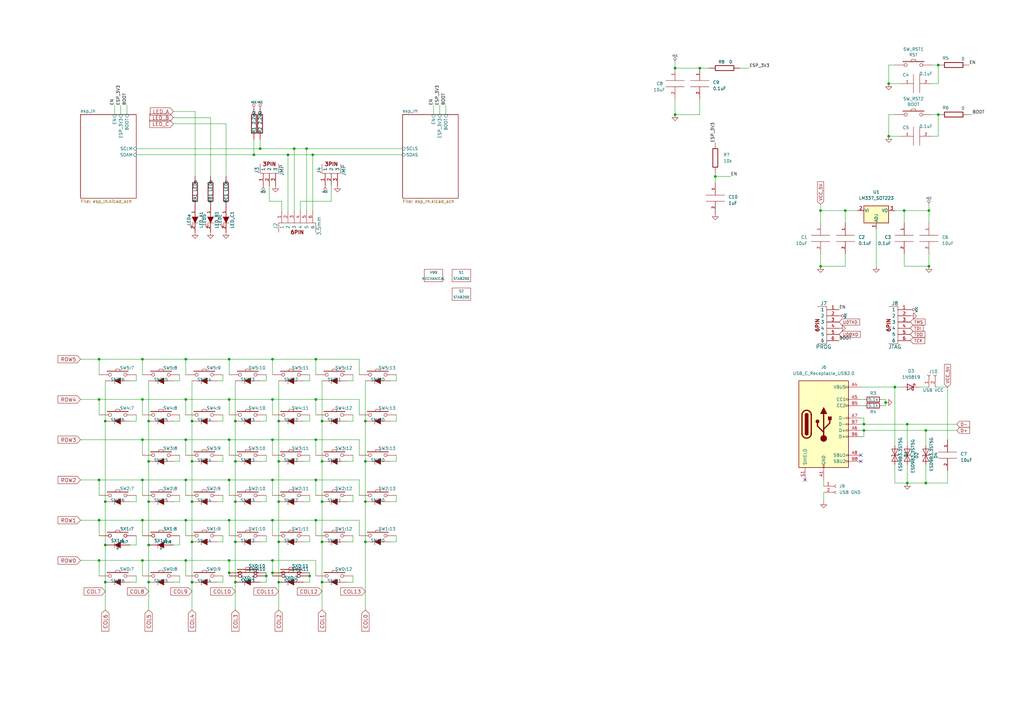
<source format=kicad_sch>
(kicad_sch (version 20211123) (generator eeschema)
  (paper "A3")
  (title_block (date "29 sep 2012"))
  (junction (at 60.96 223.52))
  (junction (at 93.98 163.83))
  (junction (at 129.54 147.32))
  (junction (at 96.52 189.23))
  (junction (at 93.98 147.32))
  (junction (at 96.52 205.74))
  (junction (at 114.3 189.23))
  (junction (at 114.3 222.25))
  (junction (at 60.96 172.72))
  (junction (at 111.76 196.85))
  (junction (at 109.22 236.22))
  (junction (at 106.68 60.96))
  (junction (at 111.76 234.95))
  (junction (at 379.73 198.12))
  (junction (at 93.98 180.34))
  (junction (at 367.03 158.75))
  (junction (at 43.18 238.76))
  (junction (at 129.54 213.36))
  (junction (at 96.52 222.25))
  (junction (at 76.2 229.87))
  (junction (at 40.64 213.36))
  (junction (at 60.96 189.23))
  (junction (at 293.37 72.39))
  (junction (at 96.52 238.76))
  (junction (at 40.64 147.32))
  (junction (at 78.74 189.23))
  (junction (at 60.96 205.74))
  (junction (at 276.86 27.94))
  (junction (at 132.08 172.72))
  (junction (at 40.64 163.83))
  (junction (at 129.54 163.83))
  (junction (at 93.98 234.95))
  (junction (at 60.96 238.76))
  (junction (at 111.76 147.32))
  (junction (at 58.42 147.32))
  (junction (at 128.27 63.5))
  (junction (at 149.86 189.23))
  (junction (at 149.86 172.72))
  (junction (at 287.02 27.94))
  (junction (at 149.86 222.25))
  (junction (at 78.74 222.25))
  (junction (at 363.22 165.1))
  (junction (at 93.98 213.36))
  (junction (at 40.64 196.85))
  (junction (at 114.3 205.74))
  (junction (at 129.54 196.85))
  (junction (at 96.52 172.72))
  (junction (at 381 109.22))
  (junction (at 78.74 238.76))
  (junction (at 43.18 223.52))
  (junction (at 76.2 213.36))
  (junction (at 372.11 198.12))
  (junction (at 58.42 163.83))
  (junction (at 372.11 173.99))
  (junction (at 111.76 180.34))
  (junction (at 78.74 205.74))
  (junction (at 76.2 180.34))
  (junction (at 125.73 60.96))
  (junction (at 104.14 63.5))
  (junction (at 276.86 46.99))
  (junction (at 111.76 229.87))
  (junction (at 111.76 163.83))
  (junction (at 43.18 205.74))
  (junction (at 43.18 172.72))
  (junction (at 132.08 189.23))
  (junction (at 58.42 229.87))
  (junction (at 78.74 172.72))
  (junction (at 93.98 229.87))
  (junction (at 114.3 172.72))
  (junction (at 76.2 147.32))
  (junction (at 58.42 196.85))
  (junction (at 132.08 238.76))
  (junction (at 118.11 63.5))
  (junction (at 76.2 163.83))
  (junction (at 93.98 196.85))
  (junction (at 114.3 238.76))
  (junction (at 346.71 86.36))
  (junction (at 40.64 229.87))
  (junction (at 129.54 180.34))
  (junction (at 336.55 86.36))
  (junction (at 384.81 46.99))
  (junction (at 132.08 222.25))
  (junction (at 132.08 205.74))
  (junction (at 364.49 34.29))
  (junction (at 364.49 55.88))
  (junction (at 111.76 213.36))
  (junction (at 370.84 86.36))
  (junction (at 384.81 26.67))
  (junction (at 120.65 60.96))
  (junction (at 76.2 196.85))
  (junction (at 354.33 173.99))
  (junction (at 354.33 176.53))
  (junction (at 127 236.22))
  (junction (at 149.86 205.74))
  (junction (at 381 86.36))
  (junction (at 336.55 109.22))
  (junction (at 58.42 213.36))
  (junction (at 58.42 180.34))
  (junction (at 379.73 176.53))
  (no_connect (at 330.2 196.85))
  (no_connect (at 353.06 186.69))
  (no_connect (at 353.06 189.23))
  (wire (pts (xy 293.37 72.39) (xy 299.72 72.39)))
  (wire (pts (xy 128.27 63.5) (xy 165.1 63.5)))
  (wire (pts (xy 93.98 234.95) (xy 93.98 236.22)))
  (wire (pts (xy 293.37 72.39) (xy 293.37 74.93)))
  (wire (pts (xy 359.41 109.22) (xy 359.41 93.98)))
  (wire (pts (xy 53.34 156.21) (xy 55.88 156.21)))
  (wire (pts (xy 104.14 57.15) (xy 104.14 63.5)))
  (wire (pts (xy 381 104.14) (xy 381 109.22)))
  (wire (pts (xy 109.22 238.76) (xy 106.68 238.76)))
  (wire (pts (xy 58.42 196.85) (xy 76.2 196.85)))
  (wire (pts (xy 76.2 196.85) (xy 76.2 203.2)))
  (wire (pts (xy 381 109.22) (xy 370.84 109.22)))
  (wire (pts (xy 180.34 43.18) (xy 180.34 46.99)))
  (wire (pts (xy 149.86 172.72) (xy 149.86 189.23)))
  (wire (pts (xy 111.76 147.32) (xy 111.76 153.67)))
  (wire (pts (xy 129.54 163.83) (xy 129.54 170.18)))
  (wire (pts (xy 96.52 222.25) (xy 96.52 238.76)))
  (wire (pts (xy 93.98 213.36) (xy 111.76 213.36)))
  (wire (pts (xy 58.42 196.85) (xy 58.42 203.2)))
  (wire (pts (xy 381 86.36) (xy 370.84 86.36)))
  (wire (pts (xy 71.12 238.76) (xy 73.66 238.76)))
  (wire (pts (xy 276.86 46.99) (xy 276.86 40.64)))
  (wire (pts (xy 354.33 171.45) (xy 354.33 173.99)))
  (wire (pts (xy 364.49 46.99) (xy 364.49 55.88)))
  (wire (pts (xy 111.76 229.87) (xy 111.76 234.95)))
  (wire (pts (xy 111.76 213.36) (xy 111.76 219.71)))
  (wire (pts (xy 129.54 229.87) (xy 129.54 236.22)))
  (wire (pts (xy 147.32 180.34) (xy 147.32 186.69)))
  (wire (pts (xy 60.96 205.74) (xy 60.96 223.52)))
  (wire (pts (xy 160.02 205.74) (xy 162.56 205.74)))
  (wire (pts (xy 392.43 176.53) (xy 379.73 176.53)))
  (wire (pts (xy 287.02 40.64) (xy 287.02 46.99)))
  (wire (pts (xy 127 172.72) (xy 127 170.18)))
  (wire (pts (xy 58.42 147.32) (xy 58.42 153.67)))
  (wire (pts (xy 142.24 205.74) (xy 144.78 205.74)))
  (wire (pts (xy 111.76 180.34) (xy 111.76 186.69)))
  (wire (pts (xy 43.18 205.74) (xy 43.18 223.52)))
  (wire (pts (xy 106.68 189.23) (xy 109.22 189.23)))
  (wire (pts (xy 142.24 156.21) (xy 144.78 156.21)))
  (wire (pts (xy 111.76 196.85) (xy 129.54 196.85)))
  (wire (pts (xy 336.55 104.14) (xy 336.55 109.22)))
  (wire (pts (xy 93.98 180.34) (xy 111.76 180.34)))
  (wire (pts (xy 73.66 219.71) (xy 73.66 223.52)))
  (wire (pts (xy 58.42 147.32) (xy 76.2 147.32)))
  (wire (pts (xy 114.3 222.25) (xy 114.3 238.76)))
  (wire (pts (xy 53.34 172.72) (xy 55.88 172.72)))
  (wire (pts (xy 114.3 156.21) (xy 114.3 172.72)))
  (wire (pts (xy 33.02 163.83) (xy 40.64 163.83)))
  (wire (pts (xy 147.32 163.83) (xy 147.32 170.18)))
  (wire (pts (xy 144.78 205.74) (xy 144.78 203.2)))
  (wire (pts (xy 129.54 196.85) (xy 129.54 203.2)))
  (wire (pts (xy 129.54 196.85) (xy 147.32 196.85)))
  (wire (pts (xy 33.02 196.85) (xy 40.64 196.85)))
  (wire (pts (xy 144.78 222.25) (xy 144.78 219.71)))
  (wire (pts (xy 78.74 189.23) (xy 78.74 205.74)))
  (wire (pts (xy 354.33 176.53) (xy 353.06 176.53)))
  (wire (pts (xy 73.66 223.52) (xy 71.12 223.52)))
  (wire (pts (xy 361.95 166.37) (xy 363.22 166.37)))
  (wire (pts (xy 372.11 173.99) (xy 372.11 182.88)))
  (wire (pts (xy 91.44 156.21) (xy 91.44 153.67)))
  (wire (pts (xy 40.64 213.36) (xy 58.42 213.36)))
  (wire (pts (xy 40.64 196.85) (xy 58.42 196.85)))
  (wire (pts (xy 60.96 223.52) (xy 60.96 238.76)))
  (wire (pts (xy 55.88 63.5) (xy 104.14 63.5)))
  (wire (pts (xy 364.49 55.88) (xy 369.57 55.88)))
  (wire (pts (xy 40.64 153.67) (xy 40.64 147.32)))
  (wire (pts (xy 43.18 238.76) (xy 43.18 250.19)))
  (wire (pts (xy 361.95 163.83) (xy 363.22 163.83)))
  (wire (pts (xy 109.22 205.74) (xy 109.22 203.2)))
  (wire (pts (xy 93.98 147.32) (xy 111.76 147.32)))
  (wire (pts (xy 88.9 156.21) (xy 91.44 156.21)))
  (wire (pts (xy 71.12 156.21) (xy 73.66 156.21)))
  (wire (pts (xy 52.07 43.18) (xy 52.07 46.99)))
  (wire (pts (xy 129.54 180.34) (xy 129.54 186.69)))
  (wire (pts (xy 379.73 190.5) (xy 379.73 198.12)))
  (wire (pts (xy 40.64 203.2) (xy 40.64 196.85)))
  (wire (pts (xy 144.78 189.23) (xy 144.78 186.69)))
  (wire (pts (xy 71.12 50.8) (xy 92.71 50.8)))
  (wire (pts (xy 40.64 219.71) (xy 40.64 213.36)))
  (wire (pts (xy 93.98 147.32) (xy 93.98 153.67)))
  (wire (pts (xy 127 234.95) (xy 127 236.22)))
  (wire (pts (xy 363.22 165.1) (xy 363.22 166.37)))
  (wire (pts (xy 76.2 229.87) (xy 76.2 236.22)))
  (wire (pts (xy 182.88 43.18) (xy 182.88 46.99)))
  (wire (pts (xy 388.62 193.04) (xy 388.62 198.12)))
  (wire (pts (xy 144.78 172.72) (xy 144.78 170.18)))
  (wire (pts (xy 93.98 229.87) (xy 93.98 234.95)))
  (wire (pts (xy 106.68 205.74) (xy 109.22 205.74)))
  (wire (pts (xy 33.02 147.32) (xy 40.64 147.32)))
  (wire (pts (xy 307.34 27.94) (xy 303.53 27.94)))
  (wire (pts (xy 379.73 176.53) (xy 379.73 182.88)))
  (wire (pts (xy 379.73 176.53) (xy 354.33 176.53)))
  (wire (pts (xy 93.98 196.85) (xy 93.98 203.2)))
  (wire (pts (xy 111.76 213.36) (xy 129.54 213.36)))
  (wire (pts (xy 132.08 238.76) (xy 132.08 250.19)))
  (wire (pts (xy 73.66 189.23) (xy 73.66 186.69)))
  (wire (pts (xy 43.18 172.72) (xy 43.18 205.74)))
  (wire (pts (xy 149.86 156.21) (xy 149.86 172.72)))
  (wire (pts (xy 370.84 104.14) (xy 370.84 109.22)))
  (wire (pts (xy 93.98 163.83) (xy 111.76 163.83)))
  (wire (pts (xy 58.42 163.83) (xy 76.2 163.83)))
  (wire (pts (xy 109.22 156.21) (xy 109.22 153.67)))
  (wire (pts (xy 76.2 163.83) (xy 76.2 170.18)))
  (wire (pts (xy 76.2 180.34) (xy 93.98 180.34)))
  (wire (pts (xy 160.02 189.23) (xy 162.56 189.23)))
  (wire (pts (xy 129.54 163.83) (xy 147.32 163.83)))
  (wire (pts (xy 346.71 86.36) (xy 351.79 86.36)))
  (wire (pts (xy 53.34 238.76) (xy 55.88 238.76)))
  (wire (pts (xy 58.42 180.34) (xy 58.42 186.69)))
  (wire (pts (xy 381 83.82) (xy 381 86.36)))
  (wire (pts (xy 76.2 213.36) (xy 93.98 213.36)))
  (wire (pts (xy 124.46 205.74) (xy 127 205.74)))
  (wire (pts (xy 149.86 189.23) (xy 149.86 205.74)))
  (wire (pts (xy 142.24 222.25) (xy 144.78 222.25)))
  (wire (pts (xy 388.62 180.34) (xy 388.62 158.75)))
  (wire (pts (xy 109.22 172.72) (xy 109.22 170.18)))
  (wire (pts (xy 109.22 234.95) (xy 109.22 236.22)))
  (wire (pts (xy 377.19 158.75) (xy 381 158.75)))
  (wire (pts (xy 73.66 205.74) (xy 73.66 203.2)))
  (wire (pts (xy 78.74 238.76) (xy 78.74 250.19)))
  (wire (pts (xy 124.46 156.21) (xy 127 156.21)))
  (wire (pts (xy 40.64 163.83) (xy 58.42 163.83)))
  (wire (pts (xy 144.78 156.21) (xy 144.78 153.67)))
  (wire (pts (xy 55.88 219.71) (xy 55.88 223.52)))
  (wire (pts (xy 60.96 238.76) (xy 60.96 250.19)))
  (wire (pts (xy 92.71 50.8) (xy 92.71 72.39)))
  (wire (pts (xy 78.74 205.74) (xy 78.74 222.25)))
  (wire (pts (xy 109.22 189.23) (xy 109.22 186.69)))
  (wire (pts (xy 379.73 198.12) (xy 372.11 198.12)))
  (wire (pts (xy 336.55 83.82) (xy 336.55 86.36)))
  (wire (pts (xy 88.9 222.25) (xy 91.44 222.25)))
  (wire (pts (xy 162.56 205.74) (xy 162.56 203.2)))
  (wire (pts (xy 111.76 234.95) (xy 111.76 236.22)))
  (wire (pts (xy 160.02 172.72) (xy 162.56 172.72)))
  (wire (pts (xy 124.46 172.72) (xy 127 172.72)))
  (wire (pts (xy 372.11 173.99) (xy 354.33 173.99)))
  (wire (pts (xy 33.02 180.34) (xy 58.42 180.34)))
  (wire (pts (xy 78.74 222.25) (xy 78.74 238.76)))
  (wire (pts (xy 129.54 213.36) (xy 129.54 219.71)))
  (wire (pts (xy 76.2 163.83) (xy 93.98 163.83)))
  (wire (pts (xy 114.3 189.23) (xy 114.3 205.74)))
  (wire (pts (xy 162.56 222.25) (xy 162.56 219.71)))
  (wire (pts (xy 129.54 180.34) (xy 147.32 180.34)))
  (wire (pts (xy 388.62 198.12) (xy 379.73 198.12)))
  (wire (pts (xy 135.89 76.2) (xy 135.89 82.55)))
  (wire (pts (xy 382.27 26.67) (xy 384.81 26.67)))
  (wire (pts (xy 353.06 171.45) (xy 354.33 171.45)))
  (wire (pts (xy 88.9 205.74) (xy 91.44 205.74)))
  (wire (pts (xy 127 236.22) (xy 127 238.76)))
  (wire (pts (xy 147.32 213.36) (xy 147.32 219.71)))
  (wire (pts (xy 144.78 238.76) (xy 144.78 236.22)))
  (wire (pts (xy 392.43 173.99) (xy 372.11 173.99)))
  (wire (pts (xy 91.44 172.72) (xy 91.44 170.18)))
  (wire (pts (xy 58.42 213.36) (xy 76.2 213.36)))
  (wire (pts (xy 383.54 158.75) (xy 388.62 158.75)))
  (wire (pts (xy 114.3 172.72) (xy 114.3 189.23)))
  (wire (pts (xy 96.52 156.21) (xy 96.52 172.72)))
  (wire (pts (xy 76.2 180.34) (xy 76.2 186.69)))
  (wire (pts (xy 353.06 158.75) (xy 367.03 158.75)))
  (wire (pts (xy 287.02 46.99) (xy 276.86 46.99)))
  (wire (pts (xy 127 205.74) (xy 127 203.2)))
  (wire (pts (xy 354.33 179.07) (xy 354.33 176.53)))
  (wire (pts (xy 384.81 55.88) (xy 384.81 46.99)))
  (wire (pts (xy 58.42 229.87) (xy 58.42 236.22)))
  (wire (pts (xy 73.66 238.76) (xy 73.66 236.22)))
  (wire (pts (xy 91.44 189.23) (xy 88.9 189.23)))
  (wire (pts (xy 118.11 63.5) (xy 128.27 63.5)))
  (wire (pts (xy 55.88 205.74) (xy 55.88 203.2)))
  (wire (pts (xy 106.68 57.15) (xy 106.68 60.96)))
  (wire (pts (xy 96.52 205.74) (xy 96.52 222.25)))
  (wire (pts (xy 96.52 172.72) (xy 96.52 189.23)))
  (wire (pts (xy 111.76 180.34) (xy 129.54 180.34)))
  (wire (pts (xy 93.98 180.34) (xy 93.98 186.69)))
  (wire (pts (xy 370.84 86.36) (xy 370.84 91.44)))
  (wire (pts (xy 55.88 60.96) (xy 106.68 60.96)))
  (wire (pts (xy 40.64 170.18) (xy 40.64 163.83)))
  (wire (pts (xy 109.22 222.25) (xy 109.22 219.71)))
  (wire (pts (xy 111.76 196.85) (xy 111.76 203.2)))
  (wire (pts (xy 367.03 26.67) (xy 364.49 26.67)))
  (wire (pts (xy 123.19 82.55) (xy 135.89 82.55)))
  (wire (pts (xy 398.78 46.99) (xy 397.51 46.99)))
  (wire (pts (xy 91.44 238.76) (xy 91.44 236.22)))
  (wire (pts (xy 73.66 172.72) (xy 73.66 170.18)))
  (wire (pts (xy 49.53 43.18) (xy 49.53 46.99)))
  (wire (pts (xy 132.08 222.25) (xy 132.08 238.76)))
  (wire (pts (xy 80.01 45.72) (xy 80.01 72.39)))
  (wire (pts (xy 43.18 156.21) (xy 43.18 172.72)))
  (wire (pts (xy 367.03 46.99) (xy 364.49 46.99)))
  (wire (pts (xy 86.36 48.26) (xy 86.36 72.39)))
  (wire (pts (xy 127 189.23) (xy 127 186.69)))
  (wire (pts (xy 104.14 63.5) (xy 118.11 63.5)))
  (wire (pts (xy 162.56 156.21) (xy 162.56 153.67)))
  (wire (pts (xy 142.24 189.23) (xy 144.78 189.23)))
  (wire (pts (xy 106.68 172.72) (xy 109.22 172.72)))
  (wire (pts (xy 363.22 163.83) (xy 363.22 165.1)))
  (wire (pts (xy 93.98 213.36) (xy 93.98 219.71)))
  (wire (pts (xy 60.96 172.72) (xy 60.96 189.23)))
  (wire (pts (xy 76.2 213.36) (xy 76.2 219.71)))
  (wire (pts (xy 40.64 229.87) (xy 58.42 229.87)))
  (wire (pts (xy 132.08 205.74) (xy 132.08 222.25)))
  (wire (pts (xy 71.12 172.72) (xy 73.66 172.72)))
  (wire (pts (xy 76.2 196.85) (xy 93.98 196.85)))
  (wire (pts (xy 382.27 34.29) (xy 384.81 34.29)))
  (wire (pts (xy 276.86 25.4) (xy 276.86 27.94)))
  (wire (pts (xy 346.71 104.14) (xy 346.71 109.22)))
  (wire (pts (xy 58.42 180.34) (xy 76.2 180.34)))
  (wire (pts (xy 106.68 60.96) (xy 120.65 60.96)))
  (wire (pts (xy 384.81 34.29) (xy 384.81 26.67)))
  (wire (pts (xy 149.86 205.74) (xy 149.86 222.25)))
  (wire (pts (xy 132.08 172.72) (xy 132.08 189.23)))
  (wire (pts (xy 124.46 189.23) (xy 127 189.23)))
  (wire (pts (xy 364.49 34.29) (xy 369.57 34.29)))
  (wire (pts (xy 372.11 198.12) (xy 367.03 198.12)))
  (wire (pts (xy 115.57 86.36) (xy 115.57 82.55)))
  (wire (pts (xy 336.55 109.22) (xy 346.71 109.22)))
  (wire (pts (xy 93.98 163.83) (xy 93.98 170.18)))
  (wire (pts (xy 147.32 196.85) (xy 147.32 203.2)))
  (wire (pts (xy 337.82 196.85) (xy 337.82 199.39)))
  (wire (pts (xy 132.08 189.23) (xy 132.08 205.74)))
  (wire (pts (xy 114.3 205.74) (xy 114.3 222.25)))
  (wire (pts (xy 33.02 213.36) (xy 40.64 213.36)))
  (wire (pts (xy 93.98 229.87) (xy 111.76 229.87)))
  (wire (pts (xy 106.68 156.21) (xy 109.22 156.21)))
  (wire (pts (xy 93.98 196.85) (xy 111.76 196.85)))
  (wire (pts (xy 40.64 147.32) (xy 58.42 147.32)))
  (wire (pts (xy 111.76 229.87) (xy 129.54 229.87)))
  (wire (pts (xy 370.84 86.36) (xy 367.03 86.36)))
  (wire (pts (xy 96.52 238.76) (xy 96.52 250.19)))
  (wire (pts (xy 76.2 147.32) (xy 76.2 153.67)))
  (wire (pts (xy 43.18 223.52) (xy 43.18 238.76)))
  (wire (pts (xy 71.12 205.74) (xy 73.66 205.74)))
  (wire (pts (xy 91.44 205.74) (xy 91.44 203.2)))
  (wire (pts (xy 162.56 172.72) (xy 162.56 170.18)))
  (wire (pts (xy 73.66 156.21) (xy 73.66 153.67)))
  (wire (pts (xy 125.73 60.96) (xy 165.1 60.96)))
  (wire (pts (xy 91.44 222.25) (xy 91.44 219.71)))
  (wire (pts (xy 115.57 82.55) (xy 110.49 82.55)))
  (wire (pts (xy 372.11 190.5) (xy 372.11 198.12)))
  (wire (pts (xy 336.55 91.44) (xy 336.55 86.36)))
  (wire (pts (xy 123.19 86.36) (xy 123.19 82.55)))
  (wire (pts (xy 162.56 189.23) (xy 162.56 186.69)))
  (wire (pts (xy 114.3 238.76) (xy 114.3 250.19)))
  (wire (pts (xy 128.27 63.5) (xy 128.27 86.36)))
  (wire (pts (xy 109.22 236.22) (xy 109.22 238.76)))
  (wire (pts (xy 71.12 189.23) (xy 73.66 189.23)))
  (wire (pts (xy 132.08 156.21) (xy 132.08 172.72)))
  (wire (pts (xy 53.34 205.74) (xy 55.88 205.74)))
  (wire (pts (xy 382.27 55.88) (xy 384.81 55.88)))
  (wire (pts (xy 142.24 172.72) (xy 144.78 172.72)))
  (wire (pts (xy 127 156.21) (xy 127 153.67)))
  (wire (pts (xy 88.9 172.72) (xy 91.44 172.72)))
  (wire (pts (xy 118.11 63.5) (xy 118.11 86.36)))
  (wire (pts (xy 110.49 76.2) (xy 110.49 82.55)))
  (wire (pts (xy 129.54 213.36) (xy 147.32 213.36)))
  (wire (pts (xy 124.46 222.25) (xy 127 222.25)))
  (wire (pts (xy 367.03 158.75) (xy 367.03 182.88)))
  (wire (pts (xy 336.55 86.36) (xy 346.71 86.36)))
  (wire (pts (xy 364.49 26.67) (xy 364.49 34.29)))
  (wire (pts (xy 129.54 147.32) (xy 147.32 147.32)))
  (wire (pts (xy 177.8 43.18) (xy 177.8 46.99)))
  (wire (pts (xy 346.71 86.36) (xy 346.71 91.44)))
  (wire (pts (xy 111.76 163.83) (xy 111.76 170.18)))
  (wire (pts (xy 127 222.25) (xy 127 219.71)))
  (wire (pts (xy 382.27 46.99) (xy 384.81 46.99)))
  (wire (pts (xy 354.33 173.99) (xy 353.06 173.99)))
  (wire (pts (xy 337.82 201.93) (xy 337.82 205.74)))
  (wire (pts (xy 58.42 229.87) (xy 76.2 229.87)))
  (wire (pts (xy 60.96 156.21) (xy 60.96 172.72)))
  (wire (pts (xy 367.03 198.12) (xy 367.03 190.5)))
  (wire (pts (xy 129.54 147.32) (xy 129.54 153.67)))
  (wire (pts (xy 55.88 156.21) (xy 55.88 153.67)))
  (wire (pts (xy 147.32 147.32) (xy 147.32 153.67)))
  (wire (pts (xy 55.88 172.72) (xy 55.88 170.18)))
  (wire (pts (xy 354.33 166.37) (xy 353.06 166.37)))
  (wire (pts (xy 353.06 179.07) (xy 354.33 179.07)))
  (wire (pts (xy 71.12 45.72) (xy 80.01 45.72)))
  (wire (pts (xy 58.42 219.71) (xy 58.42 213.36)))
  (wire (pts (xy 55.88 223.52) (xy 53.34 223.52)))
  (wire (pts (xy 354.33 163.83) (xy 353.06 163.83)))
  (wire (pts (xy 120.65 86.36) (xy 120.65 60.96)))
  (wire (pts (xy 76.2 229.87) (xy 93.98 229.87)))
  (wire (pts (xy 40.64 236.22) (xy 40.64 229.87)))
  (wire (pts (xy 293.37 71.12) (xy 293.37 72.39)))
  (wire (pts (xy 96.52 189.23) (xy 96.52 205.74)))
  (wire (pts (xy 106.68 222.25) (xy 109.22 222.25)))
  (wire (pts (xy 125.73 60.96) (xy 125.73 86.36)))
  (wire (pts (xy 91.44 186.69) (xy 91.44 189.23)))
  (wire (pts (xy 142.24 238.76) (xy 144.78 238.76)))
  (wire (pts (xy 381 91.44) (xy 381 86.36)))
  (wire (pts (xy 33.02 229.87) (xy 40.64 229.87)))
  (wire (pts (xy 78.74 156.21) (xy 78.74 172.72)))
  (wire (pts (xy 120.65 60.96) (xy 125.73 60.96)))
  (wire (pts (xy 111.76 163.83) (xy 129.54 163.83)))
  (wire (pts (xy 71.12 48.26) (xy 86.36 48.26)))
  (wire (pts (xy 127 238.76) (xy 124.46 238.76)))
  (wire (pts (xy 160.02 222.25) (xy 162.56 222.25)))
  (wire (pts (xy 60.96 189.23) (xy 60.96 205.74)))
  (wire (pts (xy 111.76 147.32) (xy 129.54 147.32)))
  (wire (pts (xy 276.86 27.94) (xy 287.02 27.94)))
  (wire (pts (xy 160.02 156.21) (xy 162.56 156.21)))
  (wire (pts (xy 287.02 27.94) (xy 290.83 27.94)))
  (wire (pts (xy 149.86 222.25) (xy 149.86 250.19)))
  (wire (pts (xy 367.03 158.75) (xy 369.57 158.75)))
  (wire (pts (xy 58.42 163.83) (xy 58.42 170.18)))
  (wire (pts (xy 78.74 172.72) (xy 78.74 189.23)))
  (wire (pts (xy 88.9 238.76) (xy 91.44 238.76)))
  (wire (pts (xy 76.2 147.32) (xy 93.98 147.32)))
  (wire (pts (xy 46.99 43.18) (xy 46.99 46.99)))
  (wire (pts (xy 55.88 238.76) (xy 55.88 236.22)))
  (label "BOOT" (at 344.17 139.7 0))
  (label "ESP_3V3" (at 49.53 43.18 90))
  (label "EN" (at 397.51 26.67 0))
  (label "BOOT" (at 182.88 43.18 90))
  (label "ESP_3V3" (at 307.34 27.94 0))
  (label "BOOT" (at 52.07 43.18 90))
  (label "ESP_3V3" (at 180.34 43.18 90))
  (label "EN" (at 299.72 72.39 0))
  (label "BOOT" (at 398.78 46.99 0))
  (label "ESP_3V3" (at 293.37 58.42 90))
  (label "EN" (at 46.99 43.18 90))
  (label "EN" (at 177.8 43.18 90))
  (label "EN" (at 344.17 127 0))
  (global_label "COL10" (shape input) (at 96.52 242.57 180) (effects (font (size 1.524 1.524))) (property "Intersheet References" "${INTERSHEET_REFS}" (effects hide)))
  (global_label "COL1" (shape input) (at 132.08 250.19 270) (effects (font (size 1.524 1.524))) (property "Intersheet References" "${INTERSHEET_REFS}" (effects hide)))
  (global_label "U0RXD" (shape input) (at 344.17 137.16 0) (property "Intersheet References" "${INTERSHEET_REFS}" (effects hide)))
  (global_label "D+" (shape input) (at 392.43 176.53 0) (property "Intersheet References" "${INTERSHEET_REFS}" (effects hide)))
  (global_label "COL5" (shape input) (at 60.96 250.19 270) (effects (font (size 1.524 1.524))) (property "Intersheet References" "${INTERSHEET_REFS}" (effects hide)))
  (global_label "COL13" (shape input) (at 149.86 242.57 180) (effects (font (size 1.524 1.524))) (property "Intersheet References" "${INTERSHEET_REFS}" (effects hide)))
  (global_label "ROW0" (shape input) (at 33.02 229.87 180) (effects (font (size 1.524 1.524))) (property "Intersheet References" "${INTERSHEET_REFS}" (effects hide)))
  (global_label "ROW2" (shape input) (at 33.02 196.85 180) (effects (font (size 1.524 1.524))) (property "Intersheet References" "${INTERSHEET_REFS}" (effects hide)))
  (global_label "TDO" (shape input) (at 373.38 137.16 0) (property "Intersheet References" "${INTERSHEET_REFS}" (effects hide)))
  (global_label "COL4" (shape input) (at 78.74 250.19 270) (effects (font (size 1.524 1.524))) (property "Intersheet References" "${INTERSHEET_REFS}" (effects hide)))
  (global_label "COL0" (shape input) (at 149.86 250.19 270) (effects (font (size 1.524 1.524))) (property "Intersheet References" "${INTERSHEET_REFS}" (effects hide)))
  (global_label "LED_B" (shape input) (at 71.12 48.26 180) (effects (font (size 1.524 1.524))) (property "Intersheet References" "${INTERSHEET_REFS}" (effects hide)))
  (global_label "TMS" (shape input) (at 373.38 132.08 0) (property "Intersheet References" "${INTERSHEET_REFS}" (effects hide)))
  (global_label "COL3" (shape input) (at 96.52 250.19 270) (effects (font (size 1.524 1.524))) (property "Intersheet References" "${INTERSHEET_REFS}" (effects hide)))
  (global_label "COL8" (shape input) (at 60.96 242.57 180) (effects (font (size 1.524 1.524))) (property "Intersheet References" "${INTERSHEET_REFS}" (effects hide)))
  (global_label "VCC_5V" (shape input) (at 388.62 158.75 90) (property "Intersheet References" "${INTERSHEET_REFS}" (effects hide)))
  (global_label "ROW5" (shape input) (at 33.02 147.32 180) (effects (font (size 1.524 1.524))) (property "Intersheet References" "${INTERSHEET_REFS}" (effects hide)))
  (global_label "D-" (shape input) (at 392.43 173.99 0) (property "Intersheet References" "${INTERSHEET_REFS}" (effects hide)))
  (global_label "COL7" (shape input) (at 43.18 242.57 180) (effects (font (size 1.524 1.524))) (property "Intersheet References" "${INTERSHEET_REFS}" (effects hide)))
  (global_label "LED_C" (shape input) (at 71.12 50.8 180) (effects (font (size 1.524 1.524))) (property "Intersheet References" "${INTERSHEET_REFS}" (effects hide)))
  (global_label "VCC_5V" (shape input) (at 336.55 83.82 90) (property "Intersheet References" "${INTERSHEET_REFS}" (effects hide)))
  (global_label "TCK" (shape input) (at 373.38 139.7 0) (property "Intersheet References" "${INTERSHEET_REFS}" (effects hide)))
  (global_label "U0TXD" (shape input) (at 344.17 132.08 0) (property "Intersheet References" "${INTERSHEET_REFS}" (effects hide)))
  (global_label "COL11" (shape input) (at 114.3 242.57 180) (effects (font (size 1.524 1.524))) (property "Intersheet References" "${INTERSHEET_REFS}" (effects hide)))
  (global_label "LED_A" (shape input) (at 71.12 45.72 180) (effects (font (size 1.524 1.524))) (property "Intersheet References" "${INTERSHEET_REFS}" (effects hide)))
  (global_label "COL2" (shape input) (at 114.3 250.19 270) (effects (font (size 1.524 1.524))) (property "Intersheet References" "${INTERSHEET_REFS}" (effects hide)))
  (global_label "COL6" (shape input) (at 43.18 250.19 270) (effects (font (size 1.524 1.524))) (property "Intersheet References" "${INTERSHEET_REFS}" (effects hide)))
  (global_label "ROW4" (shape input) (at 33.02 163.83 180) (effects (font (size 1.524 1.524))) (property "Intersheet References" "${INTERSHEET_REFS}" (effects hide)))
  (global_label "ROW1" (shape input) (at 33.02 213.36 180) (effects (font (size 1.524 1.524))) (property "Intersheet References" "${INTERSHEET_REFS}" (effects hide)))
  (global_label "COL9" (shape input) (at 78.74 242.57 180) (effects (font (size 1.524 1.524))) (property "Intersheet References" "${INTERSHEET_REFS}" (effects hide)))
  (global_label "ROW3" (shape input) (at 33.02 180.34 180) (effects (font (size 1.524 1.524))) (property "Intersheet References" "${INTERSHEET_REFS}" (effects hide)))
  (global_label "COL12" (shape input) (at 132.08 242.57 180) (effects (font (size 1.524 1.524))) (property "Intersheet References" "${INTERSHEET_REFS}" (effects hide)))
  (global_label "TDI" (shape input) (at 373.38 134.62 0) (property "Intersheet References" "${INTERSHEET_REFS}" (effects hide)))
  (symbol (lib_id "component:SWITCH_DIODE") (at 101.6 236.22 0) (unit 1)
    (property "Reference" "SW0:10" (at 105.41 233.426 0))
    (property "Value" "SW0:3" (at 101.6 238.252 0))
  )
  (symbol (lib_id "component:SWITCH_DIODE") (at 48.26 170.18 0) (unit 1)
    (property "Reference" "SW4:7" (at 52.07 167.386 0))
    (property "Value" "SW4:6" (at 48.26 172.212 0))
  )
  (symbol (lib_id "component:SWITCH_DIODE") (at 66.04 170.18 0) (unit 1)
    (property "Reference" "SW4:8" (at 69.85 167.386 0))
    (property "Value" "SW4:5" (at 66.04 172.212 0))
  )
  (symbol (lib_id "component:SWITCH_DIODE") (at 137.16 170.18 0) (unit 1)
    (property "Reference" "SW4:12" (at 140.97 167.386 0))
    (property "Value" "SW4:1" (at 137.16 172.212 0))
  )
  (symbol (lib_id "component:SWITCH_DIODE") (at 119.38 170.18 0) (unit 1)
    (property "Reference" "SW4:11" (at 123.19 167.386 0))
    (property "Value" "SW4:2" (at 119.38 172.212 0))
  )
  (symbol (lib_id "component:SWITCH_DIODE") (at 101.6 170.18 0) (unit 1)
    (property "Reference" "SW4:10" (at 105.41 167.386 0))
    (property "Value" "SW4:3" (at 101.6 172.212 0))
  )
  (symbol (lib_id "component:SWITCH_DIODE") (at 83.82 170.18 0) (unit 1)
    (property "Reference" "SW4:9" (at 87.63 167.386 0))
    (property "Value" "SW4:4" (at 83.82 172.212 0))
  )
  (symbol (lib_id "component:SWITCH_DIODE") (at 154.94 170.18 0) (unit 1)
    (property "Reference" "SW4:13" (at 158.75 167.386 0))
    (property "Value" "SW4:0" (at 154.94 172.212 0))
  )
  (symbol (lib_id "component:SWITCH_DIODE") (at 137.16 186.69 0) (unit 1)
    (property "Reference" "SW3:12" (at 140.97 183.896 0))
    (property "Value" "SW3:1" (at 137.16 188.722 0))
  )
  (symbol (lib_id "component:SWITCH_DIODE") (at 119.38 186.69 0) (unit 1)
    (property "Reference" "SW3:11" (at 123.19 183.896 0))
    (property "Value" "SW3:2" (at 119.38 188.722 0))
  )
  (symbol (lib_id "component:SWITCH_DIODE") (at 101.6 186.69 0) (unit 1)
    (property "Reference" "SW3:10" (at 105.41 183.896 0))
    (property "Value" "SW3:3" (at 101.6 188.722 0))
  )
  (symbol (lib_id "component:SWITCH_DIODE") (at 83.82 186.69 0) (unit 1)
    (property "Reference" "SW3:9" (at 87.63 183.896 0))
    (property "Value" "SW3:4" (at 83.82 188.722 0))
  )
  (symbol (lib_id "component:SWITCH_DIODE") (at 66.04 186.69 0) (unit 1)
    (property "Reference" "SW3:8" (at 69.85 183.896 0))
    (property "Value" "SW3:5" (at 66.04 188.722 0))
  )
  (symbol (lib_id "component:SWITCH_DIODE") (at 83.82 219.71 0) (unit 1)
    (property "Reference" "SW1:9" (at 87.63 216.916 0))
    (property "Value" "SW1:4" (at 83.82 221.742 0))
  )
  (symbol (lib_id "component:SWITCH_DIODE") (at 101.6 219.71 0) (unit 1)
    (property "Reference" "SW1:10" (at 105.41 216.916 0))
    (property "Value" "SW1:3" (at 101.6 221.742 0))
  )
  (symbol (lib_id "component:SWITCH_DIODE") (at 137.16 219.71 0) (unit 1)
    (property "Reference" "SW1:12" (at 140.97 216.916 0))
    (property "Value" "SW1:1" (at 137.16 221.742 0))
  )
  (symbol (lib_id "component:SWITCH_DIODE") (at 137.16 203.2 0) (unit 1)
    (property "Reference" "SW2:12" (at 140.97 200.406 0))
    (property "Value" "SW2:1" (at 137.16 205.232 0))
  )
  (symbol (lib_id "component:SWITCH_DIODE") (at 119.38 203.2 0) (unit 1)
    (property "Reference" "SW2:11" (at 123.19 200.406 0))
    (property "Value" "SW2:2" (at 119.38 205.232 0))
  )
  (symbol (lib_id "component:SWITCH_DIODE") (at 101.6 203.2 0) (unit 1)
    (property "Reference" "SW2:10" (at 105.41 200.406 0))
    (property "Value" "SW2:3" (at 101.6 205.232 0))
  )
  (symbol (lib_id "component:SWITCH_DIODE") (at 83.82 203.2 0) (unit 1)
    (property "Reference" "SW2:9" (at 87.63 200.406 0))
    (property "Value" "SW2:4" (at 83.82 205.232 0))
  )
  (symbol (lib_id "component:SWITCH_DIODE") (at 66.04 203.2 0) (unit 1)
    (property "Reference" "SW2:8" (at 69.85 200.406 0))
    (property "Value" "SW2:5" (at 66.04 205.232 0))
  )
  (symbol (lib_id "component:SWITCH_DIODE") (at 48.26 203.2 0) (unit 1)
    (property "Reference" "SW2:7" (at 52.07 200.406 0))
    (property "Value" "SW2:6" (at 48.26 205.232 0))
  )
  (symbol (lib_id "component:SWITCH_DIODE") (at 154.94 186.69 0) (unit 1)
    (property "Reference" "SW3:13" (at 158.75 183.896 0))
    (property "Value" "SW3:0" (at 154.94 188.722 0))
  )
  (symbol (lib_id "component:SWITCH_DIODE") (at 154.94 219.71 0) (unit 1)
    (property "Reference" "SW1:13" (at 158.75 216.916 0))
    (property "Value" "SW1:0" (at 154.94 221.742 0))
  )
  (symbol (lib_id "component:SWITCH_DIODE") (at 154.94 203.2 0) (unit 1)
    (property "Reference" "SW2:13" (at 158.75 200.406 0))
    (property "Value" "SW2:0" (at 154.94 205.232 0))
  )
  (symbol (lib_id "component:SWITCH_DIODE") (at 119.38 236.22 0) (unit 1)
    (property "Reference" "SW0:11" (at 123.19 233.426 0))
    (property "Value" "SW0:2" (at 119.38 238.252 0))
  )
  (symbol (lib_id "component:SWITCH_DIODE") (at 137.16 236.22 0) (unit 1)
    (property "Reference" "SW0:12" (at 140.97 233.426 0))
    (property "Value" "SW0:1" (at 137.16 238.252 0))
  )
  (symbol (lib_id "component:SWITCH_DIODE") (at 48.26 236.22 0) (unit 1)
    (property "Reference" "SW0:7" (at 52.07 233.426 0))
    (property "Value" "SW0:6" (at 48.26 238.252 0))
  )
  (symbol (lib_id "component:SWITCH_DIODE") (at 66.04 236.22 0) (unit 1)
    (property "Reference" "SW0:8" (at 69.85 233.426 0))
    (property "Value" "SW0:5" (at 66.04 238.252 0))
  )
  (symbol (lib_id "component:SWITCH_DIODE") (at 83.82 236.22 0) (unit 1)
    (property "Reference" "SW0:9" (at 87.63 233.426 0))
    (property "Value" "SW0:4" (at 83.82 238.252 0))
  )
  (symbol (lib_id "component:ANYTHING") (at 177.8 113.03 0) (unit 1)
    (property "Reference" "H99" (at 177.8 111.76 0) (effects (font (size 1.016 1.016))))
    (property "Value" "MECHANICAL" (at 177.8 114.3 0) (effects (font (size 1.016 1.016))))
  )
  (symbol (lib_id "component:SWITCH_DIODE") (at 119.38 219.71 0) (unit 1)
    (property "Reference" "SW1:11" (at 123.19 216.916 0))
    (property "Value" "SW1:2" (at 119.38 221.742 0))
  )
  (symbol (lib_id "component:LED") (at 80.01 90.17 270) (unit 1)
    (property "Reference" "LED_A1" (at 82.55 90.17 0))
    (property "Value" "LEDa" (at 77.47 90.17 0))
  )
  (symbol (lib_id "component:RESISTOR") (at 80.01 78.74 0) (unit 1)
    (property "Reference" "RA1" (at 80.01 81.28 90))
    (property "Value" "LEDa" (at 80.01 76.2 90))
    (property "Footprint" "Resistor_THT:R_Axial_DIN0207_L6.3mm_D2.5mm_P7.62mm_Horizontal" (effects hide))
  )
  (symbol (lib_id "component:RESISTOR") (at 86.36 78.74 0) (unit 1)
    (property "Reference" "RB1" (at 86.36 81.28 90))
    (property "Value" "LEDb" (at 86.36 76.2 90))
    (property "Footprint" "Resistor_THT:R_Axial_DIN0207_L6.3mm_D2.5mm_P7.62mm_Horizontal" (effects hide))
  )
  (symbol (lib_id "component:LED") (at 86.36 90.17 270) (unit 1)
    (property "Reference" "LED_B1" (at 88.9 90.17 0))
    (property "Value" "LEDb" (at 83.82 90.17 0))
  )
  (symbol (lib_id "component:LED") (at 92.71 90.17 270) (unit 1)
    (property "Reference" "LED_C1" (at 95.25 90.17 0))
    (property "Value" "LEDc" (at 90.17 90.17 0))
  )
  (symbol (lib_id "component:RESISTOR") (at 92.71 78.74 0) (unit 1)
    (property "Reference" "RC1" (at 92.71 81.28 90))
    (property "Value" "LEDc" (at 92.71 76.2 90))
    (property "Footprint" "Resistor_THT:R_Axial_DIN0207_L6.3mm_D2.5mm_P7.62mm_Horizontal" (effects hide))
  )
  (symbol (lib_id "component:GND") (at 80.01 96.52 0) (unit 1)
    (property "Reference" "#PWR02" (effects hide))
    (property "Value" "GND" (effects hide))
  )
  (symbol (lib_id "component:GND") (at 86.36 96.52 0) (unit 1)
    (property "Reference" "#PWR03" (effects hide))
    (property "Value" "GND" (effects hide))
  )
  (symbol (lib_id "component:GND") (at 92.71 96.52 0) (unit 1)
    (property "Reference" "#PWR04" (effects hide))
    (property "Value" "GND" (effects hide))
  )
  (symbol (lib_id "component:RESISTOR") (at 106.68 50.8 0) (unit 1)
    (property "Reference" "R2" (at 106.68 53.34 90))
    (property "Value" "2.2kΩ" (at 106.68 48.26 90))
    (property "Footprint" "Resistor_THT:R_Axial_DIN0207_L6.3mm_D2.5mm_P7.62mm_Horizontal" (effects hide))
  )
  (symbol (lib_id "component:VCC") (at 106.68 44.45 0) (unit 1)
    (property "Reference" "#PWR07" (effects hide))
    (property "Value" "VCC" (at 106.68 41.91 0) (effects (font (size 0.762 0.762))))
  )
  (symbol (lib_id "component:RESISTOR") (at 104.14 50.8 0) (unit 1)
    (property "Reference" "R1" (at 104.14 53.34 90))
    (property "Value" "2.2kΩ" (at 104.14 48.26 90))
    (property "Footprint" "Resistor_THT:R_Axial_DIN0207_L6.3mm_D2.5mm_P7.62mm_Horizontal" (effects hide))
  )
  (symbol (lib_id "component:VCC") (at 104.14 44.45 0) (unit 1)
    (property "Reference" "#PWR08" (effects hide))
    (property "Value" "VCC" (at 104.14 41.91 0) (effects (font (size 0.762 0.762))))
  )
  (symbol (lib_id "component:6PIN") (at 121.92 91.44 90) (unit 1)
    (property "Reference" "J2" (at 113.03 92.71 0) (effects (font (size 1.524 1.524))))
    (property "Value" "3.5mm" (at 130.81 92.71 0) (effects (font (size 1.524 1.524))))
  )
  (symbol (lib_id "component:GND") (at 113.03 77.47 0) (unit 1)
    (property "Reference" "#PWR09" (effects hide))
    (property "Value" "GND" (effects hide))
  )
  (symbol (lib_id "component:GND") (at 138.43 77.47 0) (unit 1)
    (property "Reference" "#PWR010" (effects hide))
    (property "Value" "GND" (effects hide))
  )
  (symbol (lib_id "component:VCC") (at 107.95 76.2 180) (unit 1)
    (property "Reference" "#PWR011" (effects hide))
    (property "Value" "VCC" (at 107.95 78.74 0) (effects (font (size 0.762 0.762))))
  )
  (symbol (lib_id "component:VCC") (at 133.35 76.2 180) (unit 1)
    (property "Reference" "#PWR012" (effects hide))
    (property "Value" "VCC" (at 133.35 78.74 0) (effects (font (size 0.762 0.762))))
  )
  (symbol (lib_id "component:3PIN") (at 110.49 71.12 90) (mirror x) (unit 1)
    (property "Reference" "J3" (at 105.41 69.85 0) (effects (font (size 1.524 1.524))))
    (property "Value" "JMP" (at 115.57 69.85 0) (effects (font (size 1.524 1.524))))
  )
  (symbol (lib_id "component:3PIN") (at 135.89 71.12 90) (mirror x) (unit 1)
    (property "Reference" "J4" (at 130.81 69.85 0) (effects (font (size 1.524 1.524))))
    (property "Value" "JMP" (at 140.97 69.85 0) (effects (font (size 1.524 1.524))))
  )
  (symbol (lib_id "component:SWITCH_DIODE") (at 154.94 153.67 0) (unit 1)
    (property "Reference" "SW5:13" (at 158.75 150.876 0))
    (property "Value" "SW5:0" (at 154.94 155.702 0))
  )
  (symbol (lib_id "component:SWITCH_DIODE") (at 83.82 153.67 0) (unit 1)
    (property "Reference" "SW5:9" (at 87.63 150.876 0))
    (property "Value" "SW5:4" (at 83.82 155.702 0))
  )
  (symbol (lib_id "component:SWITCH_DIODE") (at 101.6 153.67 0) (unit 1)
    (property "Reference" "SW5:10" (at 105.41 150.876 0))
    (property "Value" "SW5:3" (at 101.6 155.702 0))
  )
  (symbol (lib_id "component:SWITCH_DIODE") (at 119.38 153.67 0) (unit 1)
    (property "Reference" "SW5:11" (at 123.19 150.876 0))
    (property "Value" "SW5:2" (at 119.38 155.702 0))
  )
  (symbol (lib_id "component:SWITCH_DIODE") (at 137.16 153.67 0) (unit 1)
    (property "Reference" "SW5:12" (at 140.97 150.876 0))
    (property "Value" "SW5:1" (at 137.16 155.702 0))
  )
  (symbol (lib_id "component:SWITCH_DIODE") (at 66.04 153.67 0) (unit 1)
    (property "Reference" "SW5:8" (at 69.85 150.876 0))
    (property "Value" "SW5:5" (at 66.04 155.702 0))
  )
  (symbol (lib_id "component:SWITCH_DIODE") (at 48.26 153.67 0) (unit 1)
    (property "Reference" "SW5:7" (at 52.07 150.876 0))
    (property "Value" "SW5:6" (at 48.26 155.702 0))
  )
  (symbol (lib_id "component:DIODE") (at 66.04 223.52 180) (unit 1)
    (property "Reference" "D1:8" (at 68.58 222.25 0) (effects (font (size 1.016 1.016))))
    (property "Value" "D" (at 66.04 224.79 0) (effects (font (size 1.016 1.016))))
  )
  (symbol (lib_id "component:DIODE") (at 48.26 223.52 180) (unit 1)
    (property "Reference" "D1:7" (at 50.8 222.25 0) (effects (font (size 1.016 1.016))))
    (property "Value" "D" (at 48.26 224.79 0) (effects (font (size 1.016 1.016))))
  )
  (symbol (lib_id "component:SWITCH_PUSH") (at 66.04 219.71 0) (unit 1)
    (property "Reference" "SX1:8" (at 69.85 216.916 0))
    (property "Value" "SX1:5" (at 66.04 221.742 0))
  )
  (symbol (lib_id "component:SWITCH_PUSH") (at 48.26 219.71 0) (unit 1)
    (property "Reference" "SX1:7" (at 52.07 216.916 0))
    (property "Value" "SX1:6" (at 48.26 221.742 0))
  )
  (symbol (lib_id "component:SWITCH_PUSH") (at 101.6 234.95 0) (unit 1)
    (property "Reference" "SX0:10" (at 105.41 232.156 0))
    (property "Value" "SX0:3" (at 101.6 236.982 0))
  )
  (symbol (lib_id "component:SWITCH_PUSH") (at 119.38 234.95 0) (unit 1)
    (property "Reference" "SX0:11" (at 123.19 232.156 0))
    (property "Value" "SX0:2" (at 119.38 236.982 0))
  )
  (symbol (lib_id "component:ANYTHING") (at 189.23 113.03 0) (unit 1)
    (property "Reference" "S1" (at 189.23 111.76 0) (effects (font (size 1.016 1.016))))
    (property "Value" "STAB200" (at 189.23 114.3 0) (effects (font (size 1.016 1.016))))
  )
  (symbol (lib_id "component:ANYTHING") (at 189.23 120.65 0) (unit 1)
    (property "Reference" "S2" (at 189.23 119.38 0) (effects (font (size 1.016 1.016))))
    (property "Value" "STAB200" (at 189.23 121.92 0) (effects (font (size 1.016 1.016))))
  )
  (symbol (lib_id "component:6PIN") (at 368.3 133.35 0) (unit 1)
    (property "Reference" "J8" (at 367.03 124.46 0) (effects (font (size 1.524 1.524))))
    (property "Value" "JTAG" (at 367.03 142.24 0) (effects (font (size 1.524 1.524))))
    (property "Footprint" "Connector_PinHeader_2.54mm:PinHeader_2x03_P2.54mm_Vertical" (effects hide))
  )
  (symbol (lib_id "pspice:CAP") (at 287.02 34.29 0) (unit 1)
    (property "Reference" "C9" (at 292.354 33.7819 0) (effects (justify left)))
    (property "Value" "0.1uF" (at 292.354 36.3219 0) (effects (justify left)))
    (property "Footprint" "Capacitor_THT:C_Disc_D5.0mm_W2.5mm_P5.00mm" (effects hide))
  )
  (symbol (lib_id "Diode:ESD9B3.3ST5G") (at 367.03 186.69 270) (mirror x) (unit 1)
    (property "Reference" "D1" (at 371.602 184.912 0) (effects (justify right)))
    (property "Value" "ESD9B3.3ST5G" (at 369.316 179.324 0) (effects (justify right)))
    (property "Footprint" "Diode_SMD:D_SOD-923" (effects hide))
    (property "Datasheet" "https://www.onsemi.com/pub/Collateral/ESD9B-D.PDF" (effects hide))
  )
  (symbol (lib_id "pspice:CAP") (at 370.84 97.79 0) (mirror y) (unit 1)
    (property "Reference" "C3" (at 365.506 97.2819 0) (effects (justify left)))
    (property "Value" "0.1uF" (at 365.506 99.8219 0) (effects (justify left)))
    (property "Footprint" "Capacitor_THT:C_Disc_D5.0mm_W2.5mm_P5.00mm" (effects hide))
  )
  (symbol (lib_id "pspice:CAP") (at 346.71 97.79 0) (unit 1)
    (property "Reference" "C2" (at 352.044 97.2819 0) (effects (justify left)))
    (property "Value" "0.1uF" (at 352.044 99.8219 0) (effects (justify left)))
    (property "Footprint" "Capacitor_THT:C_Disc_D5.0mm_W2.5mm_P5.00mm" (effects hide))
  )
  (symbol (lib_id "Connector:USB_C_Receptacle_USB2.0") (at 337.82 173.99 0) (unit 1)
    (property "Reference" "J6" (at 337.82 150.622 0))
    (property "Value" "USB_C_Receptacle_USB2.0" (at 337.82 153.162 0))
    (property "Footprint" "Connector_USB:USB_C_Receptacle_GCT_USB4085" (effects hide))
    (property "Datasheet" "https://www.usb.org/sites/default/files/documents/usb_type-c.zip" (effects hide))
  )
  (symbol (lib_id "Diode:ESD9B3.3ST5G") (at 372.11 186.69 270) (mirror x) (unit 1)
    (property "Reference" "D2" (at 375.92 185.42 0) (effects (justify right)))
    (property "Value" "ESD9B3.3ST5G" (at 374.396 180.086 0) (effects (justify right)))
    (property "Footprint" "Diode_SMD:D_SOD-923" (effects hide))
    (property "Datasheet" "https://www.onsemi.com/pub/Collateral/ESD9B-D.PDF" (effects hide))
  )
  (symbol (lib_id "component:VCC") (at 373.38 127 270) (unit 1)
    (property "Reference" "#PWR024" (effects hide))
    (property "Value" "VCC" (at 375.92 127 0) (effects (font (size 0.762 0.762))))
  )
  (symbol (lib_id "Device:R") (at 358.14 166.37 270) (unit 1)
    (property "Reference" "R4" (at 358.14 168.91 90))
    (property "Value" "5.1k" (at 358.14 166.37 90))
    (property "Footprint" "Resistor_THT:R_Axial_DIN0207_L6.3mm_D2.5mm_P7.62mm_Horizontal" (effects hide))
  )
  (symbol (lib_id "Diode:1N5819") (at 373.38 158.75 0) (mirror y) (unit 1)
    (property "Reference" "D3" (at 373.6975 152.146 0))
    (property "Value" "1N5819" (at 373.6975 154.686 0))
    (property "Footprint" "Diode_THT:D_DO-41_SOD81_P10.16mm_Horizontal" (effects hide))
    (property "Datasheet" "http://www.vishay.com/docs/88525/1n5817.pdf" (effects hide))
  )
  (symbol (lib_id "component:VCC") (at 344.17 129.54 270) (unit 1)
    (property "Reference" "#PWR016" (effects hide))
    (property "Value" "VCC" (at 346.71 129.54 0) (effects (font (size 0.762 0.762))))
  )
  (symbol (lib_id "Diode:ESD9B3.3ST5G") (at 379.73 186.69 270) (mirror x) (unit 1)
    (property "Reference" "D4" (at 383.794 185.42 0) (effects (justify right)))
    (property "Value" "ESD9B3.3ST5G" (at 382.016 179.324 0) (effects (justify right)))
    (property "Footprint" "Diode_SMD:D_SOD-923" (effects hide))
    (property "Datasheet" "https://www.onsemi.com/pub/Collateral/ESD9B-D.PDF" (effects hide))
  )
  (symbol (lib_id "Connector:Conn_01x02_Female") (at 342.9 199.39 0) (unit 1)
    (property "Reference" "J9" (at 344.17 199.3899 0) (effects (justify left)))
    (property "Value" "USB GND" (at 344.17 201.9299 0) (effects (justify left)))
    (property "Footprint" "Connector_PinHeader_2.54mm:PinHeader_1x02_P2.54mm_Vertical" (effects hide))
  )
  (symbol (lib_id "pspice:CAP") (at 381 97.79 0) (unit 1)
    (property "Reference" "C6" (at 386.334 97.2819 0) (effects (justify left)))
    (property "Value" "10uF" (at 386.334 99.8219 0) (effects (justify left)))
    (property "Footprint" "Capacitor_THT:C_Disc_D5.0mm_W2.5mm_P5.00mm" (effects hide))
  )
  (symbol (lib_id "component:GND") (at 345.44 134.62 90) (mirror x) (unit 1)
    (property "Reference" "#PWR018" (effects hide))
    (property "Value" "GND" (effects hide))
  )
  (symbol (lib_id "component:GND") (at 359.41 110.49 0) (mirror y) (unit 1)
    (property "Reference" "#PWR019" (effects hide))
    (property "Value" "GND" (effects hide))
  )
  (symbol (lib_id "Connector:Conn_01x02_Female") (at 381 153.67 90) (unit 1)
    (property "Reference" "J10" (at 381 152.4 90) (effects (justify right)))
    (property "Value" "USB VCC" (at 378.46 160.02 90) (effects (justify right)))
    (property "Footprint" "Connector_PinHeader_2.54mm:PinHeader_1x02_P2.54mm_Vertical" (effects hide))
  )
  (symbol (lib_id "pspice:CAP") (at 375.92 34.29 90) (unit 1)
    (property "Reference" "C4" (at 372.872 30.734 90) (effects (justify left)))
    (property "Value" "0.1uF" (at 382.524 30.226 90) (effects (justify left)))
    (property "Footprint" "Capacitor_THT:C_Disc_D5.0mm_W2.5mm_P5.00mm" (effects hide))
  )
  (symbol (lib_id "pspice:CAP") (at 388.62 186.69 0) (unit 1)
    (property "Reference" "C7" (at 393.954 186.1819 0) (effects (justify left)))
    (property "Value" "10uF" (at 393.954 188.7219 0) (effects (justify left)))
    (property "Footprint" "Capacitor_THT:C_Disc_D5.0mm_W2.5mm_P5.00mm" (effects hide))
  )
  (symbol (lib_id "component:GND") (at 374.65 129.54 90) (mirror x) (unit 1)
    (property "Reference" "#PWR025" (effects hide))
    (property "Value" "GND" (effects hide))
  )
  (symbol (lib_id "component:GND") (at 276.86 48.26 0) (mirror y) (unit 1)
    (property "Reference" "#PWR05" (effects hide))
    (property "Value" "GND" (effects hide))
  )
  (symbol (lib_id "Regulator_Linear:LM337_SOT223") (at 359.41 86.36 0) (mirror x) (unit 1)
    (property "Reference" "U1" (at 359.41 78.74 0))
    (property "Value" "LM337_SOT223" (at 359.41 81.28 0))
    (property "Footprint" "Package_TO_SOT_SMD:SOT-223-3_TabPin2" (effects hide))
    (property "Datasheet" "http://www.ti.com/lit/ds/symlink/lm337-n.pdf" (effects hide))
  )
  (symbol (lib_id "component:SWITCH_PUSH") (at 374.65 26.67 0) (mirror y) (unit 1)
    (property "Reference" "SW_RST1" (at 374.65 20.193 0))
    (property "Value" "RST" (at 374.65 22.5044 0))
    (property "Footprint" "Buttons_Switches_SMD:SW_SPST_B3U-1000P" (effects hide))
  )
  (symbol (lib_id "component:GND") (at 364.49 57.15 0) (mirror y) (unit 1)
    (property "Reference" "#PWR021" (effects hide))
    (property "Value" "GND" (effects hide))
  )
  (symbol (lib_id "component:GND") (at 364.49 35.56 0) (mirror y) (unit 1)
    (property "Reference" "#PWR020" (effects hide))
    (property "Value" "GND" (effects hide))
  )
  (symbol (lib_id "component:GND") (at 336.55 110.49 0) (mirror y) (unit 1)
    (property "Reference" "#PWR06" (effects hide))
    (property "Value" "GND" (effects hide))
  )
  (symbol (lib_id "component:GND") (at 381 110.49 0) (unit 1)
    (property "Reference" "#PWR027" (effects hide))
    (property "Value" "GND" (effects hide))
  )
  (symbol (lib_id "pspice:CAP") (at 293.37 81.28 0) (unit 1)
    (property "Reference" "C10" (at 298.704 80.7719 0) (effects (justify left)))
    (property "Value" "1uF" (at 298.704 83.3119 0) (effects (justify left)))
    (property "Footprint" "Capacitor_THT:C_Disc_D5.0mm_W2.5mm_P5.00mm" (effects hide))
  )
  (symbol (lib_id "component:RESISTOR") (at 297.18 27.94 90) (unit 1)
    (property "Reference" "R8" (at 295.91 25.4 90))
    (property "Value" "0" (at 299.72 25.4 90))
    (property "Footprint" "Resistor_SMD:R_0805_2012Metric_Pad1.20x1.40mm_HandSolder" (effects hide))
  )
  (symbol (lib_id "component:SWITCH_PUSH") (at 374.65 46.99 0) (mirror y) (unit 1)
    (property "Reference" "SW_RST2" (at 374.65 40.513 0))
    (property "Value" "BOOT" (at 374.65 42.8244 0))
    (property "Footprint" "Buttons_Switches_SMD:SW_SPST_B3U-1000P" (effects hide))
  )
  (symbol (lib_id "component:GND") (at 293.37 88.9 0) (mirror y) (unit 1)
    (property "Reference" "#PWR013" (effects hide))
    (property "Value" "GND" (effects hide))
  )
  (symbol (lib_id "component:RESISTOR") (at 391.16 46.99 90) (unit 1)
    (property "Reference" "R6" (at 387.858 44.196 90))
    (property "Value" "0" (at 394.97 44.45 90))
    (property "Footprint" "Resistor_SMD:R_0805_2012Metric_Pad1.20x1.40mm_HandSolder" (effects hide))
  )
  (symbol (lib_id "pspice:CAP") (at 336.55 97.79 0) (mirror y) (unit 1)
    (property "Reference" "C1" (at 331.216 97.2819 0) (effects (justify left)))
    (property "Value" "10uF" (at 331.216 99.8219 0) (effects (justify left)))
    (property "Footprint" "Capacitor_THT:C_Disc_D5.0mm_W2.5mm_P5.00mm" (effects hide))
  )
  (symbol (lib_id "component:GND") (at 364.49 165.1 90) (mirror x) (unit 1)
    (property "Reference" "#PWR022" (effects hide))
    (property "Value" "GND" (effects hide))
  )
  (symbol (lib_id "component:RESISTOR") (at 293.37 64.77 180) (unit 1)
    (property "Reference" "R7" (at 296.672 63.4999 0) (effects (justify right)))
    (property "Value" "10k" (at 296.672 66.0399 0) (effects (justify right)))
    (property "Footprint" "Resistor_THT:R_Axial_DIN0207_L6.3mm_D2.5mm_P7.62mm_Horizontal" (effects hide))
  )
  (symbol (lib_id "component:VCC") (at 276.86 25.4 0) (unit 1)
    (property "Reference" "#PWR01" (effects hide))
    (property "Value" "VCC" (at 276.86 22.86 0) (effects (font (size 0.762 0.762))))
  )
  (symbol (lib_id "pspice:CAP") (at 375.92 55.88 90) (unit 1)
    (property "Reference" "C5" (at 372.872 52.324 90) (effects (justify left)))
    (property "Value" "0.1uF" (at 382.524 51.816 90) (effects (justify left)))
    (property "Footprint" "Capacitor_THT:C_Disc_D5.0mm_W2.5mm_P5.00mm" (effects hide))
  )
  (symbol (lib_id "component:RESISTOR") (at 391.16 26.67 90) (unit 1)
    (property "Reference" "R5" (at 387.858 23.876 90))
    (property "Value" "0" (at 394.97 24.13 90))
    (property "Footprint" "Resistor_SMD:R_0805_2012Metric_Pad1.20x1.40mm_HandSolder" (effects hide))
  )
  (symbol (lib_id "Device:R") (at 358.14 163.83 270) (unit 1)
    (property "Reference" "R3" (at 358.14 161.29 90))
    (property "Value" "5.1k" (at 358.14 163.83 90))
    (property "Footprint" "Resistor_THT:R_Axial_DIN0207_L6.3mm_D2.5mm_P7.62mm_Horizontal" (effects hide))
  )
  (symbol (lib_id "component:GND") (at 337.82 207.01 0) (mirror y) (unit 1)
    (property "Reference" "#PWR014" (effects hide))
    (property "Value" "GND" (effects hide))
  )
  (symbol (lib_id "component:VCC") (at 381 83.82 0) (unit 1)
    (property "Reference" "#PWR026" (effects hide))
    (property "Value" "VCC" (at 381 81.28 0) (effects (font (size 0.762 0.762))))
  )
  (symbol (lib_id "pspice:CAP") (at 276.86 34.29 0) (unit 1)
    (property "Reference" "C8" (at 269.24 34.29 0) (effects (justify left)))
    (property "Value" "10uF" (at 267.97 36.83 0) (effects (justify left)))
    (property "Footprint" "Capacitor_THT:C_Disc_D5.0mm_W2.5mm_P5.00mm" (effects hide))
  )
  (symbol (lib_id "component:GND") (at 372.11 199.39 0) (mirror y) (unit 1)
    (property "Reference" "#PWR023" (effects hide))
    (property "Value" "GND" (effects hide))
  )
  (symbol (lib_id "component:6PIN") (at 339.09 133.35 0) (unit 1)
    (property "Reference" "J7" (at 337.82 124.46 0) (effects (font (size 1.524 1.524))))
    (property "Value" "PROG" (at 337.82 142.24 0) (effects (font (size 1.524 1.524))))
    (property "Footprint" "Connector_PinHeader_2.54mm:PinHeader_2x03_P2.54mm_Vertical" (effects hide))
  )
  (sheet (at 33.02 46.99) (size 22.86 34.29) (stroke (width 0.1524))
    (property "Sheet name" "esp_lh" (at 33.02 46.2784 0) (effects (justify left bottom)))
    (property "Sheet file" "esp_lh.kicad_sch" (at 33.02 81.8646 0) (effects (justify left top)))
    (pin "SCLM" input (at 55.88 60.96 0))
    (pin "SDAM" input (at 55.88 63.5 0))
    (pin "EN" input (at 46.99 46.99 90))
    (pin "ESP_3V3" input (at 49.53 46.99 90))
    (pin "BOOT" input (at 52.07 46.99 90))
  )
  (sheet (at 165.1 46.99) (size 22.86 34.29) (stroke (width 0.1524))
    (property "Sheet name" "esp_rh" (at 165.1 46.2784 0) (effects (justify left bottom)))
    (property "Sheet file" "esp_rh.kicad_sch" (at 165.1 81.8646 0) (effects (justify left top)))
    (pin "SDAS" input (at 165.1 63.5 180))
    (pin "SCLS" input (at 165.1 60.96 180))
    (pin "EN" input (at 177.8 46.99 90))
    (pin "ESP_3V3" input (at 180.34 46.99 90))
    (pin "BOOT" input (at 182.88 46.99 90))
  )
)
</source>
